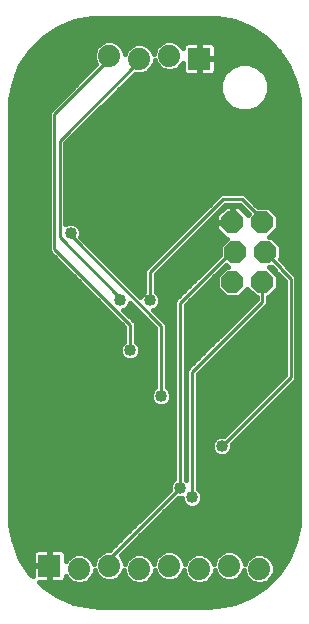
<source format=gbl>
G75*
%MOIN*%
%OFA0B0*%
%FSLAX25Y25*%
%IPPOS*%
%LPD*%
%AMOC8*
5,1,8,0,0,1.08239X$1,22.5*
%
%ADD10R,0.07400X0.07400*%
%ADD11C,0.07400*%
%ADD12OC8,0.07400*%
%ADD13C,0.01600*%
%ADD14C,0.03569*%
%ADD15C,0.01000*%
%ADD16C,0.04000*%
D10*
X0016800Y0017300D03*
X0066800Y0186300D03*
D11*
X0056800Y0187300D03*
X0046800Y0186300D03*
X0036800Y0187300D03*
X0036800Y0017300D03*
X0026800Y0016300D03*
X0046800Y0016300D03*
X0056800Y0017300D03*
X0066800Y0016300D03*
X0076800Y0017300D03*
X0086800Y0016300D03*
D12*
X0087800Y0111800D03*
X0088800Y0121800D03*
X0087800Y0131800D03*
X0078800Y0121800D03*
X0077800Y0111800D03*
X0077800Y0131800D03*
D13*
X0011300Y0017785D02*
X0008362Y0017785D01*
X0009430Y0016187D02*
X0011300Y0016187D01*
X0011300Y0017100D02*
X0011300Y0013806D01*
X0010459Y0014647D01*
X0007168Y0019572D01*
X0004901Y0025044D01*
X0003745Y0030854D01*
X0003600Y0033816D01*
X0003600Y0169784D01*
X0003745Y0172746D01*
X0004901Y0178556D01*
X0007168Y0184028D01*
X0010459Y0188953D01*
X0014647Y0193141D01*
X0019572Y0196432D01*
X0025044Y0198699D01*
X0030854Y0199855D01*
X0033816Y0200000D01*
X0069784Y0200000D01*
X0072746Y0199855D01*
X0078556Y0198699D01*
X0084028Y0196432D01*
X0088953Y0193141D01*
X0093141Y0188953D01*
X0096432Y0184028D01*
X0098699Y0178556D01*
X0099855Y0172746D01*
X0100000Y0169784D01*
X0100000Y0033816D01*
X0099855Y0030854D01*
X0098699Y0025044D01*
X0096432Y0019572D01*
X0093141Y0014647D01*
X0088953Y0010459D01*
X0084028Y0007168D01*
X0078556Y0004901D01*
X0072746Y0003745D01*
X0069784Y0003600D01*
X0033816Y0003600D01*
X0030854Y0003745D01*
X0025044Y0004901D01*
X0019572Y0007168D01*
X0014647Y0010459D01*
X0013306Y0011800D01*
X0016600Y0011800D01*
X0016600Y0017100D01*
X0017000Y0017100D01*
X0017000Y0011800D01*
X0020737Y0011800D01*
X0021195Y0011923D01*
X0021605Y0012160D01*
X0021940Y0012495D01*
X0022177Y0012905D01*
X0022300Y0013363D01*
X0022300Y0013837D01*
X0022476Y0013411D01*
X0023911Y0011976D01*
X0025786Y0011200D01*
X0027814Y0011200D01*
X0029689Y0011976D01*
X0031124Y0013411D01*
X0031900Y0015286D01*
X0031900Y0015803D01*
X0032476Y0014411D01*
X0033911Y0012976D01*
X0035786Y0012200D01*
X0037814Y0012200D01*
X0039689Y0012976D01*
X0041124Y0014411D01*
X0041700Y0015803D01*
X0041700Y0015286D01*
X0042476Y0013411D01*
X0043911Y0011976D01*
X0045786Y0011200D01*
X0047814Y0011200D01*
X0049689Y0011976D01*
X0051124Y0013411D01*
X0051900Y0015286D01*
X0051900Y0015803D01*
X0052476Y0014411D01*
X0053911Y0012976D01*
X0055786Y0012200D01*
X0057814Y0012200D01*
X0059689Y0012976D01*
X0061124Y0014411D01*
X0061700Y0015803D01*
X0061700Y0015286D01*
X0062476Y0013411D01*
X0063911Y0011976D01*
X0065786Y0011200D01*
X0067814Y0011200D01*
X0069689Y0011976D01*
X0071124Y0013411D01*
X0071900Y0015286D01*
X0071900Y0015803D01*
X0072476Y0014411D01*
X0073911Y0012976D01*
X0075786Y0012200D01*
X0077814Y0012200D01*
X0079689Y0012976D01*
X0081124Y0014411D01*
X0081700Y0015803D01*
X0081700Y0015286D01*
X0082476Y0013411D01*
X0083911Y0011976D01*
X0085786Y0011200D01*
X0087814Y0011200D01*
X0089689Y0011976D01*
X0091124Y0013411D01*
X0091900Y0015286D01*
X0091900Y0017314D01*
X0091124Y0019189D01*
X0089689Y0020624D01*
X0087814Y0021400D01*
X0085786Y0021400D01*
X0083911Y0020624D01*
X0082476Y0019189D01*
X0081900Y0017797D01*
X0081900Y0018314D01*
X0081124Y0020189D01*
X0079689Y0021624D01*
X0077814Y0022400D01*
X0075786Y0022400D01*
X0073911Y0021624D01*
X0072476Y0020189D01*
X0071700Y0018314D01*
X0071700Y0017797D01*
X0071124Y0019189D01*
X0069689Y0020624D01*
X0067814Y0021400D01*
X0065786Y0021400D01*
X0063911Y0020624D01*
X0062476Y0019189D01*
X0061900Y0017797D01*
X0061900Y0018314D01*
X0061124Y0020189D01*
X0059689Y0021624D01*
X0057814Y0022400D01*
X0055786Y0022400D01*
X0053911Y0021624D01*
X0052476Y0020189D01*
X0051700Y0018314D01*
X0051700Y0017797D01*
X0051124Y0019189D01*
X0049689Y0020624D01*
X0047814Y0021400D01*
X0045786Y0021400D01*
X0043911Y0020624D01*
X0042476Y0019189D01*
X0041900Y0017797D01*
X0041900Y0018314D01*
X0041124Y0020189D01*
X0040550Y0020763D01*
X0059598Y0039811D01*
X0059624Y0039800D01*
X0060950Y0039800D01*
X0060950Y0039374D01*
X0061468Y0038124D01*
X0062424Y0037168D01*
X0063674Y0036650D01*
X0065026Y0036650D01*
X0066276Y0037168D01*
X0067232Y0038124D01*
X0067750Y0039374D01*
X0067750Y0040726D01*
X0067232Y0041976D01*
X0066276Y0042932D01*
X0066250Y0042943D01*
X0066250Y0081113D01*
X0088537Y0103400D01*
X0089650Y0104513D01*
X0089650Y0106700D01*
X0089912Y0106700D01*
X0092900Y0109688D01*
X0092900Y0113912D01*
X0090112Y0116700D01*
X0090912Y0116700D01*
X0091063Y0116850D01*
X0092150Y0115763D01*
X0092150Y0115313D01*
X0093263Y0114200D01*
X0095300Y0112163D01*
X0095300Y0080887D01*
X0074952Y0060539D01*
X0074926Y0060550D01*
X0073574Y0060550D01*
X0072324Y0060032D01*
X0071368Y0059076D01*
X0070850Y0057826D01*
X0070850Y0056474D01*
X0071368Y0055224D01*
X0072324Y0054268D01*
X0073574Y0053750D01*
X0074926Y0053750D01*
X0076176Y0054268D01*
X0077132Y0055224D01*
X0077650Y0056474D01*
X0077650Y0057826D01*
X0077639Y0057852D01*
X0097987Y0078200D01*
X0099100Y0079313D01*
X0099100Y0113737D01*
X0095950Y0116887D01*
X0095950Y0117337D01*
X0093750Y0119537D01*
X0093900Y0119688D01*
X0093900Y0123912D01*
X0090912Y0126900D01*
X0090112Y0126900D01*
X0092900Y0129688D01*
X0092900Y0133912D01*
X0089912Y0136900D01*
X0086287Y0136900D01*
X0081787Y0141400D01*
X0073913Y0141400D01*
X0072800Y0140287D01*
X0048500Y0115987D01*
X0048500Y0108643D01*
X0048474Y0108632D01*
X0047518Y0107676D01*
X0047135Y0106752D01*
X0026976Y0126911D01*
X0027250Y0127574D01*
X0027250Y0128926D01*
X0026732Y0130176D01*
X0025776Y0131132D01*
X0024526Y0131650D01*
X0023174Y0131650D01*
X0022150Y0131226D01*
X0022150Y0158063D01*
X0045433Y0181346D01*
X0045786Y0181200D01*
X0047814Y0181200D01*
X0049689Y0181976D01*
X0051124Y0183411D01*
X0051900Y0185286D01*
X0051900Y0185803D01*
X0052476Y0184411D01*
X0053911Y0182976D01*
X0055786Y0182200D01*
X0057814Y0182200D01*
X0059689Y0182976D01*
X0061124Y0184411D01*
X0061300Y0184837D01*
X0061300Y0182363D01*
X0061423Y0181905D01*
X0061660Y0181495D01*
X0061995Y0181160D01*
X0062405Y0180923D01*
X0062863Y0180800D01*
X0066600Y0180800D01*
X0066600Y0186100D01*
X0067000Y0186100D01*
X0067000Y0186500D01*
X0066600Y0186500D01*
X0066600Y0191800D01*
X0062863Y0191800D01*
X0062405Y0191677D01*
X0061995Y0191440D01*
X0061660Y0191105D01*
X0061423Y0190695D01*
X0061300Y0190237D01*
X0061300Y0189763D01*
X0061124Y0190189D01*
X0059689Y0191624D01*
X0057814Y0192400D01*
X0055786Y0192400D01*
X0053911Y0191624D01*
X0052476Y0190189D01*
X0051700Y0188314D01*
X0051700Y0187797D01*
X0051124Y0189189D01*
X0049689Y0190624D01*
X0047814Y0191400D01*
X0045786Y0191400D01*
X0043911Y0190624D01*
X0042476Y0189189D01*
X0041900Y0187797D01*
X0041900Y0188314D01*
X0041124Y0190189D01*
X0039689Y0191624D01*
X0037814Y0192400D01*
X0035786Y0192400D01*
X0033911Y0191624D01*
X0032476Y0190189D01*
X0031700Y0188314D01*
X0031700Y0186286D01*
X0032432Y0184519D01*
X0016550Y0168637D01*
X0016550Y0122063D01*
X0017663Y0120950D01*
X0041750Y0096863D01*
X0041750Y0091993D01*
X0041724Y0091982D01*
X0040768Y0091026D01*
X0040250Y0089776D01*
X0040250Y0088424D01*
X0040768Y0087174D01*
X0041724Y0086218D01*
X0042974Y0085700D01*
X0044326Y0085700D01*
X0045576Y0086218D01*
X0046532Y0087174D01*
X0047050Y0088424D01*
X0047050Y0089776D01*
X0046532Y0091026D01*
X0045576Y0091982D01*
X0045550Y0091993D01*
X0045550Y0096863D01*
X0045550Y0098437D01*
X0041502Y0102485D01*
X0042426Y0102868D01*
X0043382Y0103824D01*
X0043765Y0104748D01*
X0052100Y0096413D01*
X0052100Y0076693D01*
X0052074Y0076682D01*
X0051118Y0075726D01*
X0050600Y0074476D01*
X0050600Y0073124D01*
X0051118Y0071874D01*
X0052074Y0070918D01*
X0053324Y0070400D01*
X0054676Y0070400D01*
X0055926Y0070918D01*
X0056882Y0071874D01*
X0057400Y0073124D01*
X0057400Y0074476D01*
X0056882Y0075726D01*
X0055926Y0076682D01*
X0055900Y0076693D01*
X0055900Y0097987D01*
X0051402Y0102485D01*
X0052326Y0102868D01*
X0053282Y0103824D01*
X0053800Y0105074D01*
X0053800Y0106426D01*
X0053282Y0107676D01*
X0052326Y0108632D01*
X0052300Y0108643D01*
X0052300Y0114413D01*
X0075487Y0137600D01*
X0080213Y0137600D01*
X0083300Y0134513D01*
X0083083Y0134295D01*
X0080078Y0137300D01*
X0078000Y0137300D01*
X0078000Y0132000D01*
X0077600Y0132000D01*
X0077600Y0137300D01*
X0075522Y0137300D01*
X0072300Y0134078D01*
X0072300Y0132000D01*
X0077600Y0132000D01*
X0077600Y0131600D01*
X0072300Y0131600D01*
X0072300Y0129522D01*
X0075522Y0126300D01*
X0076088Y0126300D01*
X0073700Y0123912D01*
X0073700Y0120937D01*
X0059513Y0106750D01*
X0058400Y0105637D01*
X0058400Y0046093D01*
X0058374Y0046082D01*
X0057418Y0045126D01*
X0056900Y0043876D01*
X0056900Y0042524D01*
X0056911Y0042498D01*
X0036813Y0022400D01*
X0035786Y0022400D01*
X0033911Y0021624D01*
X0032476Y0020189D01*
X0031700Y0018314D01*
X0031700Y0017797D01*
X0031124Y0019189D01*
X0029689Y0020624D01*
X0027814Y0021400D01*
X0025786Y0021400D01*
X0023911Y0020624D01*
X0022476Y0019189D01*
X0022300Y0018763D01*
X0022300Y0021237D01*
X0022177Y0021695D01*
X0021940Y0022105D01*
X0021605Y0022440D01*
X0021195Y0022677D01*
X0020737Y0022800D01*
X0017000Y0022800D01*
X0017000Y0017500D01*
X0016600Y0017500D01*
X0016600Y0022800D01*
X0012863Y0022800D01*
X0012405Y0022677D01*
X0011995Y0022440D01*
X0011660Y0022105D01*
X0011423Y0021695D01*
X0011300Y0021237D01*
X0011300Y0017500D01*
X0016600Y0017500D01*
X0016600Y0017100D01*
X0011300Y0017100D01*
X0011300Y0019384D02*
X0007294Y0019384D01*
X0006584Y0020982D02*
X0011300Y0020982D01*
X0012238Y0022581D02*
X0005922Y0022581D01*
X0005259Y0024179D02*
X0038592Y0024179D01*
X0040191Y0025778D02*
X0004755Y0025778D01*
X0004437Y0027376D02*
X0041789Y0027376D01*
X0043388Y0028975D02*
X0004119Y0028975D01*
X0003801Y0030573D02*
X0044986Y0030573D01*
X0046585Y0032172D02*
X0003681Y0032172D01*
X0003602Y0033770D02*
X0048183Y0033770D01*
X0049782Y0035369D02*
X0003600Y0035369D01*
X0003600Y0036967D02*
X0051380Y0036967D01*
X0052979Y0038566D02*
X0003600Y0038566D01*
X0003600Y0040164D02*
X0054577Y0040164D01*
X0056176Y0041763D02*
X0003600Y0041763D01*
X0003600Y0043361D02*
X0056900Y0043361D01*
X0057349Y0044960D02*
X0003600Y0044960D01*
X0003600Y0046558D02*
X0058400Y0046558D01*
X0058400Y0048157D02*
X0003600Y0048157D01*
X0003600Y0049755D02*
X0058400Y0049755D01*
X0058400Y0051354D02*
X0003600Y0051354D01*
X0003600Y0052952D02*
X0058400Y0052952D01*
X0058400Y0054551D02*
X0003600Y0054551D01*
X0003600Y0056149D02*
X0058400Y0056149D01*
X0058400Y0057748D02*
X0003600Y0057748D01*
X0003600Y0059346D02*
X0058400Y0059346D01*
X0058400Y0060945D02*
X0003600Y0060945D01*
X0003600Y0062543D02*
X0058400Y0062543D01*
X0058400Y0064142D02*
X0003600Y0064142D01*
X0003600Y0065740D02*
X0058400Y0065740D01*
X0058400Y0067339D02*
X0003600Y0067339D01*
X0003600Y0068937D02*
X0058400Y0068937D01*
X0058400Y0070536D02*
X0055005Y0070536D01*
X0052995Y0070536D02*
X0003600Y0070536D01*
X0003600Y0072134D02*
X0051010Y0072134D01*
X0050600Y0073733D02*
X0003600Y0073733D01*
X0003600Y0075332D02*
X0050954Y0075332D01*
X0052100Y0076930D02*
X0003600Y0076930D01*
X0003600Y0078529D02*
X0052100Y0078529D01*
X0052100Y0080127D02*
X0003600Y0080127D01*
X0003600Y0081726D02*
X0052100Y0081726D01*
X0052100Y0083324D02*
X0003600Y0083324D01*
X0003600Y0084923D02*
X0052100Y0084923D01*
X0052100Y0086521D02*
X0045879Y0086521D01*
X0046924Y0088120D02*
X0052100Y0088120D01*
X0052100Y0089718D02*
X0047050Y0089718D01*
X0046242Y0091317D02*
X0052100Y0091317D01*
X0052100Y0092915D02*
X0045550Y0092915D01*
X0045550Y0094514D02*
X0052100Y0094514D01*
X0052100Y0096112D02*
X0045550Y0096112D01*
X0045550Y0097711D02*
X0050802Y0097711D01*
X0049204Y0099309D02*
X0044678Y0099309D01*
X0043079Y0100908D02*
X0047605Y0100908D01*
X0046007Y0102506D02*
X0041553Y0102506D01*
X0043499Y0104105D02*
X0044408Y0104105D01*
X0046585Y0107302D02*
X0047363Y0107302D01*
X0048500Y0108900D02*
X0044987Y0108900D01*
X0043388Y0110499D02*
X0048500Y0110499D01*
X0048500Y0112097D02*
X0041790Y0112097D01*
X0040191Y0113696D02*
X0048500Y0113696D01*
X0048500Y0115294D02*
X0038593Y0115294D01*
X0036994Y0116893D02*
X0049406Y0116893D01*
X0051004Y0118491D02*
X0035396Y0118491D01*
X0033797Y0120090D02*
X0052603Y0120090D01*
X0054201Y0121688D02*
X0032199Y0121688D01*
X0030600Y0123287D02*
X0055800Y0123287D01*
X0057398Y0124885D02*
X0029002Y0124885D01*
X0027403Y0126484D02*
X0058997Y0126484D01*
X0060595Y0128082D02*
X0027250Y0128082D01*
X0026937Y0129681D02*
X0062194Y0129681D01*
X0063792Y0131279D02*
X0025421Y0131279D01*
X0022279Y0131279D02*
X0022150Y0131279D01*
X0022150Y0132878D02*
X0065391Y0132878D01*
X0066989Y0134476D02*
X0022150Y0134476D01*
X0022150Y0136075D02*
X0068588Y0136075D01*
X0070186Y0137673D02*
X0022150Y0137673D01*
X0022150Y0139272D02*
X0071785Y0139272D01*
X0073383Y0140870D02*
X0022150Y0140870D01*
X0022150Y0142469D02*
X0100000Y0142469D01*
X0100000Y0140870D02*
X0082316Y0140870D01*
X0083915Y0139272D02*
X0100000Y0139272D01*
X0100000Y0137673D02*
X0085514Y0137673D01*
X0083264Y0134476D02*
X0082902Y0134476D01*
X0081738Y0136075D02*
X0081303Y0136075D01*
X0078000Y0136075D02*
X0077600Y0136075D01*
X0077600Y0134476D02*
X0078000Y0134476D01*
X0078000Y0132878D02*
X0077600Y0132878D01*
X0074297Y0136075D02*
X0073962Y0136075D01*
X0072698Y0134476D02*
X0072363Y0134476D01*
X0072300Y0132878D02*
X0070765Y0132878D01*
X0072300Y0131279D02*
X0069166Y0131279D01*
X0067568Y0129681D02*
X0072300Y0129681D01*
X0073739Y0128082D02*
X0065969Y0128082D01*
X0064371Y0126484D02*
X0075338Y0126484D01*
X0074673Y0124885D02*
X0062772Y0124885D01*
X0061174Y0123287D02*
X0073700Y0123287D01*
X0073700Y0121688D02*
X0059575Y0121688D01*
X0057977Y0120090D02*
X0072853Y0120090D01*
X0071254Y0118491D02*
X0056378Y0118491D01*
X0054780Y0116893D02*
X0069656Y0116893D01*
X0068057Y0115294D02*
X0053181Y0115294D01*
X0052300Y0113696D02*
X0066459Y0113696D01*
X0064860Y0112097D02*
X0052300Y0112097D01*
X0052300Y0110499D02*
X0063262Y0110499D01*
X0061663Y0108900D02*
X0052300Y0108900D01*
X0053437Y0107302D02*
X0060065Y0107302D01*
X0058466Y0105703D02*
X0053800Y0105703D01*
X0053399Y0104105D02*
X0058400Y0104105D01*
X0058400Y0102506D02*
X0051453Y0102506D01*
X0052979Y0100908D02*
X0058400Y0100908D01*
X0058400Y0099309D02*
X0054578Y0099309D01*
X0055900Y0097711D02*
X0058400Y0097711D01*
X0058400Y0096112D02*
X0055900Y0096112D01*
X0055900Y0094514D02*
X0058400Y0094514D01*
X0058400Y0092915D02*
X0055900Y0092915D01*
X0055900Y0091317D02*
X0058400Y0091317D01*
X0058400Y0089718D02*
X0055900Y0089718D01*
X0055900Y0088120D02*
X0058400Y0088120D01*
X0058400Y0086521D02*
X0055900Y0086521D01*
X0055900Y0084923D02*
X0058400Y0084923D01*
X0058400Y0083324D02*
X0055900Y0083324D01*
X0055900Y0081726D02*
X0058400Y0081726D01*
X0058400Y0080127D02*
X0055900Y0080127D01*
X0055900Y0078529D02*
X0058400Y0078529D01*
X0058400Y0076930D02*
X0055900Y0076930D01*
X0057046Y0075332D02*
X0058400Y0075332D01*
X0058400Y0073733D02*
X0057400Y0073733D01*
X0056990Y0072134D02*
X0058400Y0072134D01*
X0062200Y0072134D02*
X0062450Y0072134D01*
X0062450Y0070536D02*
X0062200Y0070536D01*
X0062200Y0068937D02*
X0062450Y0068937D01*
X0062450Y0067339D02*
X0062200Y0067339D01*
X0062200Y0065740D02*
X0062450Y0065740D01*
X0062450Y0064142D02*
X0062200Y0064142D01*
X0062200Y0062543D02*
X0062450Y0062543D01*
X0062450Y0060945D02*
X0062200Y0060945D01*
X0062200Y0059346D02*
X0062450Y0059346D01*
X0062450Y0057748D02*
X0062200Y0057748D01*
X0062200Y0056149D02*
X0062450Y0056149D01*
X0062450Y0054551D02*
X0062200Y0054551D01*
X0062200Y0052952D02*
X0062450Y0052952D01*
X0062450Y0051354D02*
X0062200Y0051354D01*
X0062200Y0049755D02*
X0062450Y0049755D01*
X0062450Y0048157D02*
X0062200Y0048157D01*
X0062200Y0046558D02*
X0062450Y0046558D01*
X0062226Y0046082D02*
X0062200Y0046093D01*
X0062200Y0104063D01*
X0075762Y0117625D01*
X0076488Y0116900D01*
X0075688Y0116900D01*
X0072700Y0113912D01*
X0072700Y0109688D01*
X0075688Y0106700D01*
X0079912Y0106700D01*
X0082800Y0109588D01*
X0085688Y0106700D01*
X0085850Y0106700D01*
X0085850Y0106087D01*
X0062450Y0082687D01*
X0062450Y0081113D01*
X0062450Y0045858D01*
X0062226Y0046082D01*
X0066250Y0046558D02*
X0100000Y0046558D01*
X0100000Y0044960D02*
X0066250Y0044960D01*
X0066250Y0043361D02*
X0100000Y0043361D01*
X0100000Y0041763D02*
X0067321Y0041763D01*
X0067750Y0040164D02*
X0100000Y0040164D01*
X0100000Y0038566D02*
X0067415Y0038566D01*
X0065792Y0036967D02*
X0100000Y0036967D01*
X0100000Y0035369D02*
X0055156Y0035369D01*
X0056754Y0036967D02*
X0062908Y0036967D01*
X0061285Y0038566D02*
X0058353Y0038566D01*
X0053557Y0033770D02*
X0099998Y0033770D01*
X0099919Y0032172D02*
X0051959Y0032172D01*
X0050360Y0030573D02*
X0099799Y0030573D01*
X0099481Y0028975D02*
X0048762Y0028975D01*
X0047163Y0027376D02*
X0099163Y0027376D01*
X0098845Y0025778D02*
X0045565Y0025778D01*
X0043966Y0024179D02*
X0098341Y0024179D01*
X0097678Y0022581D02*
X0042368Y0022581D01*
X0040769Y0020982D02*
X0044777Y0020982D01*
X0042671Y0019384D02*
X0041457Y0019384D01*
X0041197Y0014588D02*
X0041989Y0014588D01*
X0042898Y0012990D02*
X0039702Y0012990D01*
X0045324Y0011391D02*
X0028276Y0011391D01*
X0030702Y0012990D02*
X0033898Y0012990D01*
X0032403Y0014588D02*
X0031611Y0014588D01*
X0032143Y0019384D02*
X0030929Y0019384D01*
X0028823Y0020982D02*
X0033270Y0020982D01*
X0036994Y0022581D02*
X0021362Y0022581D01*
X0022300Y0020982D02*
X0024777Y0020982D01*
X0022671Y0019384D02*
X0022300Y0019384D01*
X0022200Y0012990D02*
X0022898Y0012990D01*
X0025324Y0011391D02*
X0013715Y0011391D01*
X0015644Y0009793D02*
X0087956Y0009793D01*
X0088276Y0011391D02*
X0089885Y0011391D01*
X0090702Y0012990D02*
X0091484Y0012990D01*
X0091611Y0014588D02*
X0093082Y0014588D01*
X0094170Y0016187D02*
X0091900Y0016187D01*
X0091705Y0017785D02*
X0095238Y0017785D01*
X0096306Y0019384D02*
X0090929Y0019384D01*
X0088823Y0020982D02*
X0097016Y0020982D01*
X0085324Y0011391D02*
X0068276Y0011391D01*
X0065324Y0011391D02*
X0048276Y0011391D01*
X0050702Y0012990D02*
X0053898Y0012990D01*
X0052403Y0014588D02*
X0051611Y0014588D01*
X0052143Y0019384D02*
X0050929Y0019384D01*
X0048823Y0020982D02*
X0053270Y0020982D01*
X0059702Y0012990D02*
X0062898Y0012990D01*
X0061989Y0014588D02*
X0061197Y0014588D01*
X0061457Y0019384D02*
X0062671Y0019384D01*
X0064777Y0020982D02*
X0060330Y0020982D01*
X0068823Y0020982D02*
X0073270Y0020982D01*
X0072143Y0019384D02*
X0070929Y0019384D01*
X0071611Y0014588D02*
X0072403Y0014588D01*
X0073898Y0012990D02*
X0070702Y0012990D01*
X0079702Y0012990D02*
X0082898Y0012990D01*
X0081989Y0014588D02*
X0081197Y0014588D01*
X0081457Y0019384D02*
X0082671Y0019384D01*
X0084777Y0020982D02*
X0080330Y0020982D01*
X0085564Y0008194D02*
X0018036Y0008194D01*
X0017000Y0012990D02*
X0016600Y0012990D01*
X0016600Y0014588D02*
X0017000Y0014588D01*
X0017000Y0016187D02*
X0016600Y0016187D01*
X0016600Y0017785D02*
X0017000Y0017785D01*
X0017000Y0019384D02*
X0016600Y0019384D01*
X0016600Y0020982D02*
X0017000Y0020982D01*
X0017000Y0022581D02*
X0016600Y0022581D01*
X0011300Y0014588D02*
X0010518Y0014588D01*
X0020954Y0006596D02*
X0082646Y0006596D01*
X0078787Y0004997D02*
X0024813Y0004997D01*
X0062200Y0073733D02*
X0062450Y0073733D01*
X0062450Y0075332D02*
X0062200Y0075332D01*
X0062200Y0076930D02*
X0062450Y0076930D01*
X0062450Y0078529D02*
X0062200Y0078529D01*
X0062200Y0080127D02*
X0062450Y0080127D01*
X0062450Y0081726D02*
X0062200Y0081726D01*
X0062200Y0083324D02*
X0063087Y0083324D01*
X0062200Y0084923D02*
X0064686Y0084923D01*
X0066284Y0086521D02*
X0062200Y0086521D01*
X0062200Y0088120D02*
X0067883Y0088120D01*
X0069481Y0089718D02*
X0062200Y0089718D01*
X0062200Y0091317D02*
X0071080Y0091317D01*
X0072678Y0092915D02*
X0062200Y0092915D01*
X0062200Y0094514D02*
X0074277Y0094514D01*
X0075875Y0096112D02*
X0062200Y0096112D01*
X0062200Y0097711D02*
X0077474Y0097711D01*
X0079072Y0099309D02*
X0062200Y0099309D01*
X0062200Y0100908D02*
X0080671Y0100908D01*
X0082269Y0102506D02*
X0062200Y0102506D01*
X0062242Y0104105D02*
X0083868Y0104105D01*
X0085466Y0105703D02*
X0063840Y0105703D01*
X0065439Y0107302D02*
X0075086Y0107302D01*
X0073487Y0108900D02*
X0067037Y0108900D01*
X0068636Y0110499D02*
X0072700Y0110499D01*
X0072700Y0112097D02*
X0070234Y0112097D01*
X0071833Y0113696D02*
X0072700Y0113696D01*
X0073431Y0115294D02*
X0074082Y0115294D01*
X0075030Y0116893D02*
X0075680Y0116893D01*
X0080514Y0107302D02*
X0085086Y0107302D01*
X0083487Y0108900D02*
X0082113Y0108900D01*
X0086045Y0100908D02*
X0095300Y0100908D01*
X0095300Y0102506D02*
X0087643Y0102506D01*
X0089242Y0104105D02*
X0095300Y0104105D01*
X0095300Y0105703D02*
X0089650Y0105703D01*
X0090514Y0107302D02*
X0095300Y0107302D01*
X0095300Y0108900D02*
X0092113Y0108900D01*
X0092900Y0110499D02*
X0095300Y0110499D01*
X0095300Y0112097D02*
X0092900Y0112097D01*
X0092900Y0113696D02*
X0093767Y0113696D01*
X0092169Y0115294D02*
X0091518Y0115294D01*
X0093900Y0120090D02*
X0100000Y0120090D01*
X0100000Y0121688D02*
X0093900Y0121688D01*
X0093900Y0123287D02*
X0100000Y0123287D01*
X0100000Y0124885D02*
X0092927Y0124885D01*
X0091329Y0126484D02*
X0100000Y0126484D01*
X0100000Y0128082D02*
X0091295Y0128082D01*
X0092893Y0129681D02*
X0100000Y0129681D01*
X0100000Y0131279D02*
X0092900Y0131279D01*
X0092900Y0132878D02*
X0100000Y0132878D01*
X0100000Y0134476D02*
X0092336Y0134476D01*
X0090738Y0136075D02*
X0100000Y0136075D01*
X0100000Y0144068D02*
X0022150Y0144068D01*
X0022150Y0145666D02*
X0100000Y0145666D01*
X0100000Y0147265D02*
X0022150Y0147265D01*
X0022150Y0148863D02*
X0100000Y0148863D01*
X0100000Y0150462D02*
X0022150Y0150462D01*
X0022150Y0152060D02*
X0100000Y0152060D01*
X0100000Y0153659D02*
X0022150Y0153659D01*
X0022150Y0155257D02*
X0100000Y0155257D01*
X0100000Y0156856D02*
X0022150Y0156856D01*
X0022541Y0158454D02*
X0100000Y0158454D01*
X0100000Y0160053D02*
X0024140Y0160053D01*
X0025738Y0161651D02*
X0100000Y0161651D01*
X0100000Y0163250D02*
X0027337Y0163250D01*
X0028935Y0164848D02*
X0100000Y0164848D01*
X0100000Y0166447D02*
X0030534Y0166447D01*
X0032132Y0168045D02*
X0100000Y0168045D01*
X0100000Y0169644D02*
X0085687Y0169644D01*
X0086388Y0169934D02*
X0088666Y0172212D01*
X0089899Y0175189D01*
X0089899Y0178411D01*
X0088666Y0181388D01*
X0086388Y0183666D01*
X0083411Y0184899D01*
X0080189Y0184899D01*
X0077212Y0183666D01*
X0074934Y0181388D01*
X0073701Y0178411D01*
X0073701Y0175189D01*
X0074934Y0172212D01*
X0077212Y0169934D01*
X0080189Y0168701D01*
X0083411Y0168701D01*
X0086388Y0169934D01*
X0087696Y0171242D02*
X0099928Y0171242D01*
X0099836Y0172841D02*
X0088927Y0172841D01*
X0089589Y0174439D02*
X0099518Y0174439D01*
X0099200Y0176038D02*
X0089899Y0176038D01*
X0089899Y0177636D02*
X0098882Y0177636D01*
X0098418Y0179235D02*
X0089558Y0179235D01*
X0088896Y0180833D02*
X0097755Y0180833D01*
X0097093Y0182432D02*
X0087622Y0182432D01*
X0085509Y0184030D02*
X0096431Y0184030D01*
X0095362Y0185629D02*
X0072300Y0185629D01*
X0072300Y0186100D02*
X0067000Y0186100D01*
X0067000Y0180800D01*
X0070737Y0180800D01*
X0071195Y0180923D01*
X0071605Y0181160D01*
X0071940Y0181495D01*
X0072177Y0181905D01*
X0072300Y0182363D01*
X0072300Y0186100D01*
X0072300Y0186500D02*
X0072300Y0190237D01*
X0072177Y0190695D01*
X0071940Y0191105D01*
X0071605Y0191440D01*
X0071195Y0191677D01*
X0070737Y0191800D01*
X0067000Y0191800D01*
X0067000Y0186500D01*
X0072300Y0186500D01*
X0072300Y0187227D02*
X0094294Y0187227D01*
X0093226Y0188826D02*
X0072300Y0188826D01*
X0072250Y0190424D02*
X0091670Y0190424D01*
X0090071Y0192023D02*
X0058725Y0192023D01*
X0060888Y0190424D02*
X0061350Y0190424D01*
X0061300Y0184030D02*
X0060743Y0184030D01*
X0061300Y0182432D02*
X0058374Y0182432D01*
X0055226Y0182432D02*
X0050144Y0182432D01*
X0051380Y0184030D02*
X0052857Y0184030D01*
X0051972Y0185629D02*
X0051900Y0185629D01*
X0051912Y0188826D02*
X0051274Y0188826D01*
X0049888Y0190424D02*
X0052712Y0190424D01*
X0054875Y0192023D02*
X0038725Y0192023D01*
X0040888Y0190424D02*
X0043712Y0190424D01*
X0042326Y0188826D02*
X0041688Y0188826D01*
X0044920Y0180833D02*
X0062739Y0180833D01*
X0066600Y0180833D02*
X0067000Y0180833D01*
X0067000Y0182432D02*
X0066600Y0182432D01*
X0066600Y0184030D02*
X0067000Y0184030D01*
X0067000Y0185629D02*
X0066600Y0185629D01*
X0066600Y0187227D02*
X0067000Y0187227D01*
X0067000Y0188826D02*
X0066600Y0188826D01*
X0066600Y0190424D02*
X0067000Y0190424D01*
X0072300Y0184030D02*
X0078091Y0184030D01*
X0075978Y0182432D02*
X0072300Y0182432D01*
X0070861Y0180833D02*
X0074704Y0180833D01*
X0074042Y0179235D02*
X0043322Y0179235D01*
X0041723Y0177636D02*
X0073701Y0177636D01*
X0073701Y0176038D02*
X0040125Y0176038D01*
X0038526Y0174439D02*
X0074011Y0174439D01*
X0074673Y0172841D02*
X0036928Y0172841D01*
X0035329Y0171242D02*
X0075904Y0171242D01*
X0077913Y0169644D02*
X0033731Y0169644D01*
X0028746Y0180833D02*
X0005845Y0180833D01*
X0005182Y0179235D02*
X0027148Y0179235D01*
X0025549Y0177636D02*
X0004718Y0177636D01*
X0004400Y0176038D02*
X0023951Y0176038D01*
X0022352Y0174439D02*
X0004082Y0174439D01*
X0003764Y0172841D02*
X0020754Y0172841D01*
X0019155Y0171242D02*
X0003672Y0171242D01*
X0003600Y0169644D02*
X0017557Y0169644D01*
X0016550Y0168045D02*
X0003600Y0168045D01*
X0003600Y0166447D02*
X0016550Y0166447D01*
X0016550Y0164848D02*
X0003600Y0164848D01*
X0003600Y0163250D02*
X0016550Y0163250D01*
X0016550Y0161651D02*
X0003600Y0161651D01*
X0003600Y0160053D02*
X0016550Y0160053D01*
X0016550Y0158454D02*
X0003600Y0158454D01*
X0003600Y0156856D02*
X0016550Y0156856D01*
X0016550Y0155257D02*
X0003600Y0155257D01*
X0003600Y0153659D02*
X0016550Y0153659D01*
X0016550Y0152060D02*
X0003600Y0152060D01*
X0003600Y0150462D02*
X0016550Y0150462D01*
X0016550Y0148863D02*
X0003600Y0148863D01*
X0003600Y0147265D02*
X0016550Y0147265D01*
X0016550Y0145666D02*
X0003600Y0145666D01*
X0003600Y0144068D02*
X0016550Y0144068D01*
X0016550Y0142469D02*
X0003600Y0142469D01*
X0003600Y0140870D02*
X0016550Y0140870D01*
X0016550Y0139272D02*
X0003600Y0139272D01*
X0003600Y0137673D02*
X0016550Y0137673D01*
X0016550Y0136075D02*
X0003600Y0136075D01*
X0003600Y0134476D02*
X0016550Y0134476D01*
X0016550Y0132878D02*
X0003600Y0132878D01*
X0003600Y0131279D02*
X0016550Y0131279D01*
X0016550Y0129681D02*
X0003600Y0129681D01*
X0003600Y0128082D02*
X0016550Y0128082D01*
X0016550Y0126484D02*
X0003600Y0126484D01*
X0003600Y0124885D02*
X0016550Y0124885D01*
X0016550Y0123287D02*
X0003600Y0123287D01*
X0003600Y0121688D02*
X0016925Y0121688D01*
X0018523Y0120090D02*
X0003600Y0120090D01*
X0003600Y0118491D02*
X0020122Y0118491D01*
X0021720Y0116893D02*
X0003600Y0116893D01*
X0003600Y0115294D02*
X0023319Y0115294D01*
X0024917Y0113696D02*
X0003600Y0113696D01*
X0003600Y0112097D02*
X0026516Y0112097D01*
X0028114Y0110499D02*
X0003600Y0110499D01*
X0003600Y0108900D02*
X0029713Y0108900D01*
X0031311Y0107302D02*
X0003600Y0107302D01*
X0003600Y0105703D02*
X0032910Y0105703D01*
X0034508Y0104105D02*
X0003600Y0104105D01*
X0003600Y0102506D02*
X0036107Y0102506D01*
X0037705Y0100908D02*
X0003600Y0100908D01*
X0003600Y0099309D02*
X0039304Y0099309D01*
X0040902Y0097711D02*
X0003600Y0097711D01*
X0003600Y0096112D02*
X0041750Y0096112D01*
X0041750Y0094514D02*
X0003600Y0094514D01*
X0003600Y0092915D02*
X0041750Y0092915D01*
X0041058Y0091317D02*
X0003600Y0091317D01*
X0003600Y0089718D02*
X0040250Y0089718D01*
X0040376Y0088120D02*
X0003600Y0088120D01*
X0003600Y0086521D02*
X0041421Y0086521D01*
X0066250Y0080127D02*
X0094540Y0080127D01*
X0095300Y0081726D02*
X0066863Y0081726D01*
X0068461Y0083324D02*
X0095300Y0083324D01*
X0095300Y0084923D02*
X0070060Y0084923D01*
X0071658Y0086521D02*
X0095300Y0086521D01*
X0095300Y0088120D02*
X0073257Y0088120D01*
X0074855Y0089718D02*
X0095300Y0089718D01*
X0095300Y0091317D02*
X0076454Y0091317D01*
X0078052Y0092915D02*
X0095300Y0092915D01*
X0095300Y0094514D02*
X0079651Y0094514D01*
X0081249Y0096112D02*
X0095300Y0096112D01*
X0095300Y0097711D02*
X0082848Y0097711D01*
X0084446Y0099309D02*
X0095300Y0099309D01*
X0099100Y0099309D02*
X0100000Y0099309D01*
X0100000Y0097711D02*
X0099100Y0097711D01*
X0099100Y0096112D02*
X0100000Y0096112D01*
X0100000Y0094514D02*
X0099100Y0094514D01*
X0099100Y0092915D02*
X0100000Y0092915D01*
X0100000Y0091317D02*
X0099100Y0091317D01*
X0099100Y0089718D02*
X0100000Y0089718D01*
X0100000Y0088120D02*
X0099100Y0088120D01*
X0099100Y0086521D02*
X0100000Y0086521D01*
X0100000Y0084923D02*
X0099100Y0084923D01*
X0099100Y0083324D02*
X0100000Y0083324D01*
X0100000Y0081726D02*
X0099100Y0081726D01*
X0099100Y0080127D02*
X0100000Y0080127D01*
X0100000Y0078529D02*
X0098316Y0078529D01*
X0096717Y0076930D02*
X0100000Y0076930D01*
X0100000Y0075332D02*
X0095119Y0075332D01*
X0093520Y0073733D02*
X0100000Y0073733D01*
X0100000Y0072134D02*
X0091921Y0072134D01*
X0090323Y0070536D02*
X0100000Y0070536D01*
X0100000Y0068937D02*
X0088724Y0068937D01*
X0087126Y0067339D02*
X0100000Y0067339D01*
X0100000Y0065740D02*
X0085527Y0065740D01*
X0083929Y0064142D02*
X0100000Y0064142D01*
X0100000Y0062543D02*
X0082330Y0062543D01*
X0080732Y0060945D02*
X0100000Y0060945D01*
X0100000Y0059346D02*
X0079133Y0059346D01*
X0077650Y0057748D02*
X0100000Y0057748D01*
X0100000Y0056149D02*
X0077516Y0056149D01*
X0076459Y0054551D02*
X0100000Y0054551D01*
X0100000Y0052952D02*
X0066250Y0052952D01*
X0066250Y0051354D02*
X0100000Y0051354D01*
X0100000Y0049755D02*
X0066250Y0049755D01*
X0066250Y0048157D02*
X0100000Y0048157D01*
X0086548Y0072134D02*
X0066250Y0072134D01*
X0066250Y0070536D02*
X0084949Y0070536D01*
X0083350Y0068937D02*
X0066250Y0068937D01*
X0066250Y0067339D02*
X0081752Y0067339D01*
X0080153Y0065740D02*
X0066250Y0065740D01*
X0066250Y0064142D02*
X0078555Y0064142D01*
X0076956Y0062543D02*
X0066250Y0062543D01*
X0066250Y0060945D02*
X0075358Y0060945D01*
X0071638Y0059346D02*
X0066250Y0059346D01*
X0066250Y0057748D02*
X0070850Y0057748D01*
X0070984Y0056149D02*
X0066250Y0056149D01*
X0066250Y0054551D02*
X0072041Y0054551D01*
X0066250Y0073733D02*
X0088146Y0073733D01*
X0089745Y0075332D02*
X0066250Y0075332D01*
X0066250Y0076930D02*
X0091343Y0076930D01*
X0092942Y0078529D02*
X0066250Y0078529D01*
X0094796Y0118491D02*
X0100000Y0118491D01*
X0100000Y0116893D02*
X0095950Y0116893D01*
X0097543Y0115294D02*
X0100000Y0115294D01*
X0100000Y0113696D02*
X0099100Y0113696D01*
X0099100Y0112097D02*
X0100000Y0112097D01*
X0100000Y0110499D02*
X0099100Y0110499D01*
X0099100Y0108900D02*
X0100000Y0108900D01*
X0100000Y0107302D02*
X0099100Y0107302D01*
X0099100Y0105703D02*
X0100000Y0105703D01*
X0100000Y0104105D02*
X0099100Y0104105D01*
X0099100Y0102506D02*
X0100000Y0102506D01*
X0100000Y0100908D02*
X0099100Y0100908D01*
X0088235Y0193621D02*
X0015365Y0193621D01*
X0013529Y0192023D02*
X0034875Y0192023D01*
X0032712Y0190424D02*
X0011930Y0190424D01*
X0010374Y0188826D02*
X0031912Y0188826D01*
X0031700Y0187227D02*
X0009306Y0187227D01*
X0008237Y0185629D02*
X0031972Y0185629D01*
X0031943Y0184030D02*
X0007169Y0184030D01*
X0006507Y0182432D02*
X0030345Y0182432D01*
X0024364Y0198417D02*
X0079236Y0198417D01*
X0083096Y0196818D02*
X0020504Y0196818D01*
X0017758Y0195220D02*
X0085842Y0195220D01*
D14*
X0066800Y0091800D03*
X0074300Y0084300D03*
X0084300Y0084300D03*
X0076800Y0036800D03*
X0061800Y0031800D03*
X0036800Y0091800D03*
X0024300Y0084300D03*
D15*
X0040500Y0105750D02*
X0040500Y0106650D01*
X0020250Y0126900D01*
X0020250Y0158850D01*
X0046800Y0185400D01*
X0046800Y0186300D01*
X0036800Y0187300D02*
X0036450Y0187200D01*
X0036450Y0185850D01*
X0018450Y0167850D01*
X0018450Y0122850D01*
X0043650Y0097650D01*
X0043650Y0089100D01*
X0050400Y0105750D02*
X0050400Y0115200D01*
X0074700Y0139500D01*
X0081000Y0139500D01*
X0087750Y0132750D01*
X0087750Y0131850D01*
X0087800Y0131800D01*
X0088800Y0121800D02*
X0094050Y0116550D01*
X0094050Y0116100D01*
X0097200Y0112950D01*
X0097200Y0080100D01*
X0074250Y0057150D01*
X0064350Y0040050D02*
X0064350Y0081900D01*
X0087750Y0105300D01*
X0087750Y0111600D01*
X0087800Y0111800D01*
X0078750Y0121500D02*
X0078800Y0121800D01*
X0078750Y0121500D02*
X0076950Y0121500D01*
X0060300Y0104850D01*
X0060300Y0043200D01*
X0036900Y0019800D01*
X0036900Y0017550D01*
X0036800Y0017300D01*
X0054000Y0073800D02*
X0054000Y0097200D01*
X0023850Y0127350D01*
X0023850Y0128250D01*
D16*
X0023850Y0128250D03*
X0040500Y0105750D03*
X0043650Y0089100D03*
X0050400Y0105750D03*
X0054000Y0073800D03*
X0060300Y0043200D03*
X0064350Y0040050D03*
X0074250Y0057150D03*
M02*

</source>
